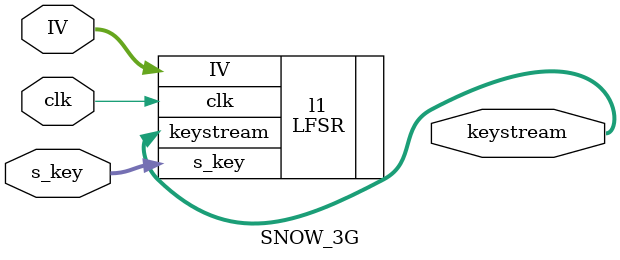
<source format=v>
`timescale 1ns / 1ps

module SNOW_3G(
    input [127:0] s_key,
    input [127:0] IV,
    input clk,
    output [32:0] keystream
    );
    LFSR l1(.s_key(s_key), .IV(IV), .clk(clk), .keystream(keystream));
endmodule
</source>
